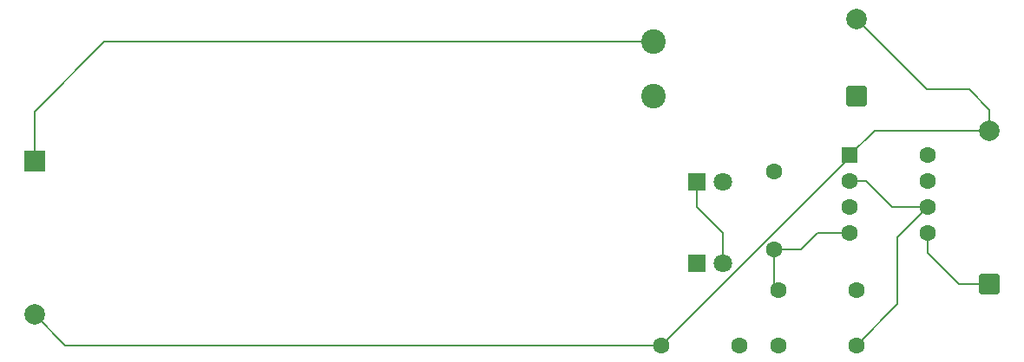
<source format=gbr>
%TF.GenerationSoftware,KiCad,Pcbnew,9.0.2*%
%TF.CreationDate,2025-07-04T12:52:13+05:30*%
%TF.ProjectId,qn2,716e322e-6b69-4636-9164-5f7063625858,rev?*%
%TF.SameCoordinates,Original*%
%TF.FileFunction,Copper,L2,Bot*%
%TF.FilePolarity,Positive*%
%FSLAX46Y46*%
G04 Gerber Fmt 4.6, Leading zero omitted, Abs format (unit mm)*
G04 Created by KiCad (PCBNEW 9.0.2) date 2025-07-04 12:52:13*
%MOMM*%
%LPD*%
G01*
G04 APERTURE LIST*
G04 Aperture macros list*
%AMRoundRect*
0 Rectangle with rounded corners*
0 $1 Rounding radius*
0 $2 $3 $4 $5 $6 $7 $8 $9 X,Y pos of 4 corners*
0 Add a 4 corners polygon primitive as box body*
4,1,4,$2,$3,$4,$5,$6,$7,$8,$9,$2,$3,0*
0 Add four circle primitives for the rounded corners*
1,1,$1+$1,$2,$3*
1,1,$1+$1,$4,$5*
1,1,$1+$1,$6,$7*
1,1,$1+$1,$8,$9*
0 Add four rect primitives between the rounded corners*
20,1,$1+$1,$2,$3,$4,$5,0*
20,1,$1+$1,$4,$5,$6,$7,0*
20,1,$1+$1,$6,$7,$8,$9,0*
20,1,$1+$1,$8,$9,$2,$3,0*%
G04 Aperture macros list end*
%TA.AperFunction,ComponentPad*%
%ADD10RoundRect,0.250000X0.750000X-0.750000X0.750000X0.750000X-0.750000X0.750000X-0.750000X-0.750000X0*%
%TD*%
%TA.AperFunction,ComponentPad*%
%ADD11C,2.000000*%
%TD*%
%TA.AperFunction,ComponentPad*%
%ADD12RoundRect,0.250000X-0.550000X-0.550000X0.550000X-0.550000X0.550000X0.550000X-0.550000X0.550000X0*%
%TD*%
%TA.AperFunction,ComponentPad*%
%ADD13C,1.600000*%
%TD*%
%TA.AperFunction,ComponentPad*%
%ADD14C,2.400000*%
%TD*%
%TA.AperFunction,ComponentPad*%
%ADD15R,1.800000X1.800000*%
%TD*%
%TA.AperFunction,ComponentPad*%
%ADD16C,1.800000*%
%TD*%
%TA.AperFunction,ComponentPad*%
%ADD17R,2.000000X2.000000*%
%TD*%
%TA.AperFunction,Conductor*%
%ADD18C,0.200000*%
%TD*%
G04 APERTURE END LIST*
D10*
%TO.P,C1,1*%
%TO.N,Net-(U1-THR)*%
X125000000Y-63617677D03*
D11*
%TO.P,C1,2*%
%TO.N,GND*%
X125000000Y-56117677D03*
%TD*%
D10*
%TO.P,C2,1*%
%TO.N,Net-(U1-CV)*%
X138000000Y-82000000D03*
D11*
%TO.P,C2,2*%
%TO.N,GND*%
X138000000Y-67000000D03*
%TD*%
D12*
%TO.P,U1,1,GND*%
%TO.N,GND*%
X124380000Y-69380000D03*
D13*
%TO.P,U1,2,TR*%
%TO.N,Net-(U1-THR)*%
X124380000Y-71920000D03*
%TO.P,U1,3,Q*%
%TO.N,Net-(D1-K)*%
X124380000Y-74460000D03*
%TO.P,U1,4,R*%
%TO.N,Net-(SW1-B)*%
X124380000Y-77000000D03*
%TO.P,U1,5,CV*%
%TO.N,Net-(U1-CV)*%
X132000000Y-77000000D03*
%TO.P,U1,6,THR*%
%TO.N,Net-(U1-THR)*%
X132000000Y-74460000D03*
%TO.P,U1,7,DIS*%
%TO.N,Net-(U1-DIS)*%
X132000000Y-71920000D03*
%TO.P,U1,8,VCC*%
%TO.N,Net-(SW1-B)*%
X132000000Y-69380000D03*
%TD*%
D14*
%TO.P,SW1,1,A*%
%TO.N,+9V*%
X105250000Y-58350000D03*
%TO.P,SW1,2,B*%
%TO.N,Net-(SW1-B)*%
X105250000Y-63650000D03*
%TD*%
D13*
%TO.P,R4,1*%
%TO.N,Net-(D2-K)*%
X113620000Y-88000000D03*
%TO.P,R4,2*%
%TO.N,GND*%
X106000000Y-88000000D03*
%TD*%
%TO.P,R3,1*%
%TO.N,Net-(SW1-B)*%
X117000000Y-78620000D03*
%TO.P,R3,2*%
%TO.N,Net-(D1-A)*%
X117000000Y-71000000D03*
%TD*%
%TO.P,R2,1*%
%TO.N,Net-(SW1-B)*%
X117380000Y-82653986D03*
%TO.P,R2,2*%
%TO.N,Net-(U1-DIS)*%
X125000000Y-82653986D03*
%TD*%
%TO.P,R1,1*%
%TO.N,Net-(U1-DIS)*%
X117380000Y-88000000D03*
%TO.P,R1,2*%
%TO.N,Net-(U1-THR)*%
X125000000Y-88000000D03*
%TD*%
D15*
%TO.P,D2,1,K*%
%TO.N,Net-(D2-K)*%
X109460000Y-80000000D03*
D16*
%TO.P,D2,2,A*%
%TO.N,Net-(D1-K)*%
X112000000Y-80000000D03*
%TD*%
D15*
%TO.P,D1,1,K*%
%TO.N,Net-(D1-K)*%
X109460000Y-72000000D03*
D16*
%TO.P,D1,2,A*%
%TO.N,Net-(D1-A)*%
X112000000Y-72000000D03*
%TD*%
D17*
%TO.P,BT1,1,+*%
%TO.N,+9V*%
X44835000Y-70010000D03*
D11*
%TO.P,BT1,2,-*%
%TO.N,GND*%
X44835000Y-85000000D03*
%TD*%
D18*
%TO.N,Net-(D1-K)*%
X112000000Y-77000000D02*
X112000000Y-80000000D01*
X109460000Y-74460000D02*
X112000000Y-77000000D01*
X109460000Y-72000000D02*
X109460000Y-74460000D01*
%TO.N,Net-(U1-CV)*%
X132000000Y-79000000D02*
X135000000Y-82000000D01*
X132000000Y-77000000D02*
X132000000Y-79000000D01*
X135000000Y-82000000D02*
X138000000Y-82000000D01*
%TO.N,Net-(SW1-B)*%
X119620000Y-78620000D02*
X117000000Y-78620000D01*
X121240000Y-77000000D02*
X119620000Y-78620000D01*
X124380000Y-77000000D02*
X121240000Y-77000000D01*
%TO.N,Net-(U1-THR)*%
X129000000Y-84000000D02*
X125000000Y-88000000D01*
X129000000Y-77460000D02*
X129000000Y-84000000D01*
X132000000Y-74460000D02*
X129000000Y-77460000D01*
%TO.N,Net-(SW1-B)*%
X117000000Y-82273986D02*
X117000000Y-78620000D01*
X117380000Y-82653986D02*
X117000000Y-82273986D01*
%TO.N,Net-(U1-THR)*%
X128460000Y-74460000D02*
X132000000Y-74460000D01*
X125920000Y-71920000D02*
X128460000Y-74460000D01*
X124380000Y-71920000D02*
X125920000Y-71920000D01*
%TO.N,GND*%
X138000000Y-65000000D02*
X138000000Y-67000000D01*
X136000000Y-63000000D02*
X138000000Y-65000000D01*
X131882323Y-63000000D02*
X136000000Y-63000000D01*
X125000000Y-56117677D02*
X131882323Y-63000000D01*
X126760000Y-67000000D02*
X138000000Y-67000000D01*
X124380000Y-69380000D02*
X126760000Y-67000000D01*
X124380000Y-69620000D02*
X124380000Y-69380000D01*
X106000000Y-88000000D02*
X124380000Y-69620000D01*
X47835000Y-88000000D02*
X106000000Y-88000000D01*
X44835000Y-85000000D02*
X47835000Y-88000000D01*
%TO.N,+9V*%
X51650000Y-58350000D02*
X44835000Y-65165000D01*
X44835000Y-65165000D02*
X44835000Y-70010000D01*
X105250000Y-58350000D02*
X51650000Y-58350000D01*
%TD*%
M02*

</source>
